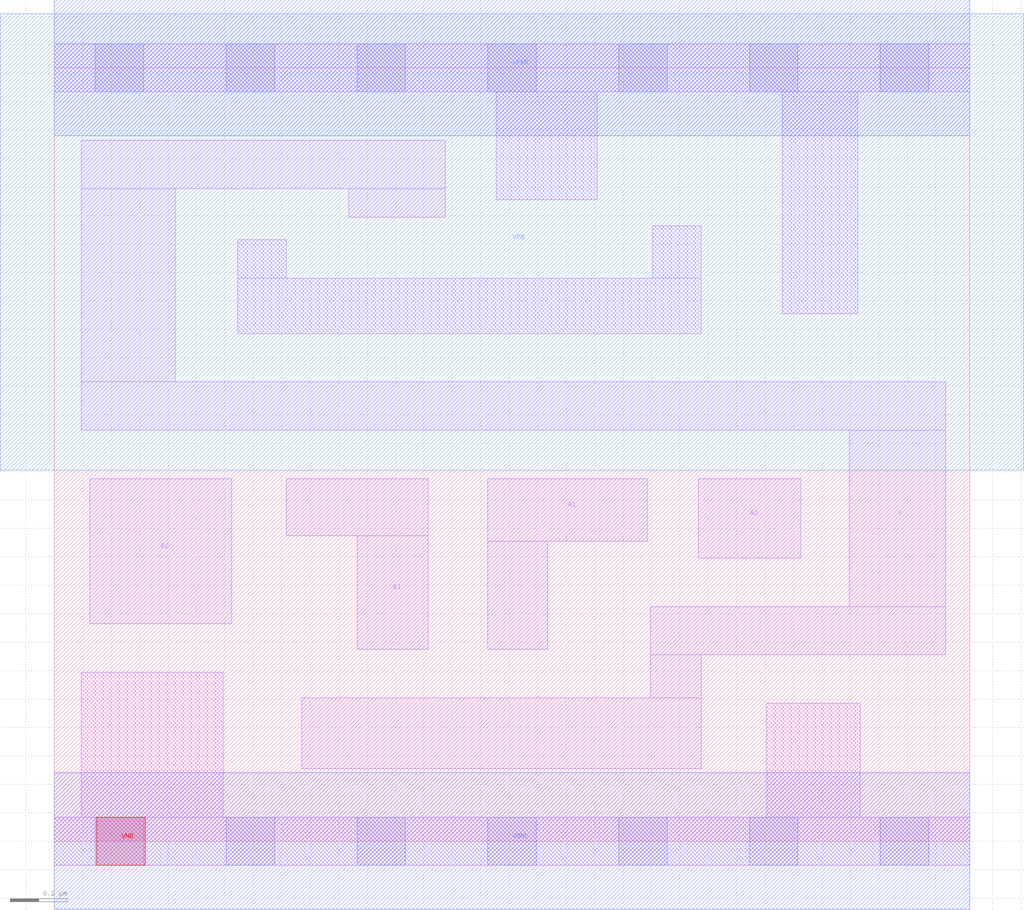
<source format=lef>
# Copyright 2020 The SkyWater PDK Authors
#
# Licensed under the Apache License, Version 2.0 (the "License");
# you may not use this file except in compliance with the License.
# You may obtain a copy of the License at
#
#     https://www.apache.org/licenses/LICENSE-2.0
#
# Unless required by applicable law or agreed to in writing, software
# distributed under the License is distributed on an "AS IS" BASIS,
# WITHOUT WARRANTIES OR CONDITIONS OF ANY KIND, either express or implied.
# See the License for the specific language governing permissions and
# limitations under the License.
#
# SPDX-License-Identifier: Apache-2.0

VERSION 5.7 ;
  NOWIREEXTENSIONATPIN ON ;
  DIVIDERCHAR "/" ;
  BUSBITCHARS "[]" ;
PROPERTYDEFINITIONS
  MACRO maskLayoutSubType STRING ;
  MACRO prCellType STRING ;
  MACRO originalViewName STRING ;
END PROPERTYDEFINITIONS
MACRO sky130_fd_sc_hdll__a22oi_1
  CLASS CORE ;
  FOREIGN sky130_fd_sc_hdll__a22oi_1 ;
  ORIGIN  0.000000  0.000000 ;
  SIZE  3.220000 BY  2.720000 ;
  SYMMETRY X Y R90 ;
  SITE unithd ;
  PIN A1
    ANTENNAGATEAREA  0.277500 ;
    DIRECTION INPUT ;
    USE SIGNAL ;
    PORT
      LAYER li1 ;
        RECT 1.525000 0.675000 1.735000 1.055000 ;
        RECT 1.525000 1.055000 2.085000 1.275000 ;
    END
  END A1
  PIN A2
    ANTENNAGATEAREA  0.277500 ;
    DIRECTION INPUT ;
    USE SIGNAL ;
    PORT
      LAYER li1 ;
        RECT 2.265000 0.995000 2.625000 1.275000 ;
    END
  END A2
  PIN B1
    ANTENNAGATEAREA  0.277500 ;
    DIRECTION INPUT ;
    USE SIGNAL ;
    PORT
      LAYER li1 ;
        RECT 0.815000 1.075000 1.315000 1.275000 ;
        RECT 1.065000 0.675000 1.315000 1.075000 ;
    END
  END B1
  PIN B2
    ANTENNAGATEAREA  0.277500 ;
    DIRECTION INPUT ;
    USE SIGNAL ;
    PORT
      LAYER li1 ;
        RECT 0.125000 0.765000 0.625000 1.275000 ;
    END
  END B2
  PIN VNB
    PORT
      LAYER pwell ;
        RECT 0.150000 -0.085000 0.320000 0.085000 ;
    END
  END VNB
  PIN VPB
    PORT
      LAYER nwell ;
        RECT -0.190000 1.305000 3.410000 2.910000 ;
    END
  END VPB
  PIN Y
    ANTENNADIFFAREA  0.917000 ;
    DIRECTION OUTPUT ;
    USE SIGNAL ;
    PORT
      LAYER li1 ;
        RECT 0.095000 1.445000 3.135000 1.615000 ;
        RECT 0.095000 1.615000 0.425000 2.295000 ;
        RECT 0.095000 2.295000 1.375000 2.465000 ;
        RECT 0.870000 0.255000 2.275000 0.505000 ;
        RECT 1.035000 2.195000 1.375000 2.295000 ;
        RECT 2.095000 0.505000 2.275000 0.655000 ;
        RECT 2.095000 0.655000 3.135000 0.825000 ;
        RECT 2.795000 0.825000 3.135000 1.445000 ;
    END
  END Y
  PIN VGND
    DIRECTION INOUT ;
    USE GROUND ;
    PORT
      LAYER met1 ;
        RECT 0.000000 -0.240000 3.220000 0.240000 ;
    END
  END VGND
  PIN VPWR
    DIRECTION INOUT ;
    USE POWER ;
    PORT
      LAYER met1 ;
        RECT 0.000000 2.480000 3.220000 2.960000 ;
    END
  END VPWR
  OBS
    LAYER li1 ;
      RECT 0.000000 -0.085000 3.220000 0.085000 ;
      RECT 0.000000  2.635000 3.220000 2.805000 ;
      RECT 0.095000  0.085000 0.595000 0.595000 ;
      RECT 0.645000  1.785000 2.275000 1.980000 ;
      RECT 0.645000  1.980000 0.815000 2.115000 ;
      RECT 1.555000  2.255000 1.910000 2.635000 ;
      RECT 2.105000  1.980000 2.275000 2.165000 ;
      RECT 2.505000  0.085000 2.835000 0.485000 ;
      RECT 2.560000  1.855000 2.825000 2.635000 ;
    LAYER mcon ;
      RECT 0.145000 -0.085000 0.315000 0.085000 ;
      RECT 0.145000  2.635000 0.315000 2.805000 ;
      RECT 0.605000 -0.085000 0.775000 0.085000 ;
      RECT 0.605000  2.635000 0.775000 2.805000 ;
      RECT 1.065000 -0.085000 1.235000 0.085000 ;
      RECT 1.065000  2.635000 1.235000 2.805000 ;
      RECT 1.525000 -0.085000 1.695000 0.085000 ;
      RECT 1.525000  2.635000 1.695000 2.805000 ;
      RECT 1.985000 -0.085000 2.155000 0.085000 ;
      RECT 1.985000  2.635000 2.155000 2.805000 ;
      RECT 2.445000 -0.085000 2.615000 0.085000 ;
      RECT 2.445000  2.635000 2.615000 2.805000 ;
      RECT 2.905000 -0.085000 3.075000 0.085000 ;
      RECT 2.905000  2.635000 3.075000 2.805000 ;
  END
  PROPERTY maskLayoutSubType "abstract" ;
  PROPERTY prCellType "standard" ;
  PROPERTY originalViewName "layout" ;
END sky130_fd_sc_hdll__a22oi_1
END LIBRARY

</source>
